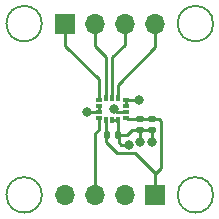
<source format=gtl>
%TF.GenerationSoftware,KiCad,Pcbnew,7.0.10*%
%TF.CreationDate,2025-02-08T17:54:09-05:00*%
%TF.ProjectId,pcb2,70636232-2e6b-4696-9361-645f70636258,rev?*%
%TF.SameCoordinates,Original*%
%TF.FileFunction,Copper,L1,Top*%
%TF.FilePolarity,Positive*%
%FSLAX46Y46*%
G04 Gerber Fmt 4.6, Leading zero omitted, Abs format (unit mm)*
G04 Created by KiCad (PCBNEW 7.0.10) date 2025-02-08 17:54:09*
%MOMM*%
%LPD*%
G01*
G04 APERTURE LIST*
G04 Aperture macros list*
%AMRoundRect*
0 Rectangle with rounded corners*
0 $1 Rounding radius*
0 $2 $3 $4 $5 $6 $7 $8 $9 X,Y pos of 4 corners*
0 Add a 4 corners polygon primitive as box body*
4,1,4,$2,$3,$4,$5,$6,$7,$8,$9,$2,$3,0*
0 Add four circle primitives for the rounded corners*
1,1,$1+$1,$2,$3*
1,1,$1+$1,$4,$5*
1,1,$1+$1,$6,$7*
1,1,$1+$1,$8,$9*
0 Add four rect primitives between the rounded corners*
20,1,$1+$1,$2,$3,$4,$5,0*
20,1,$1+$1,$4,$5,$6,$7,0*
20,1,$1+$1,$6,$7,$8,$9,0*
20,1,$1+$1,$8,$9,$2,$3,0*%
G04 Aperture macros list end*
%TA.AperFunction,NonConductor*%
%ADD10C,0.200000*%
%TD*%
%TA.AperFunction,SMDPad,CuDef*%
%ADD11RoundRect,0.087500X-0.207500X-0.087500X0.207500X-0.087500X0.207500X0.087500X-0.207500X0.087500X0*%
%TD*%
%TA.AperFunction,SMDPad,CuDef*%
%ADD12RoundRect,0.087500X-0.087500X-0.207500X0.087500X-0.207500X0.087500X0.207500X-0.087500X0.207500X0*%
%TD*%
%TA.AperFunction,SMDPad,CuDef*%
%ADD13RoundRect,0.140000X-0.140000X-0.170000X0.140000X-0.170000X0.140000X0.170000X-0.140000X0.170000X0*%
%TD*%
%TA.AperFunction,SMDPad,CuDef*%
%ADD14RoundRect,0.140000X-0.170000X0.140000X-0.170000X-0.140000X0.170000X-0.140000X0.170000X0.140000X0*%
%TD*%
%TA.AperFunction,ComponentPad*%
%ADD15R,1.700000X1.700000*%
%TD*%
%TA.AperFunction,ComponentPad*%
%ADD16O,1.700000X1.700000*%
%TD*%
%TA.AperFunction,ViaPad*%
%ADD17C,0.800000*%
%TD*%
%TA.AperFunction,Conductor*%
%ADD18C,0.250000*%
%TD*%
G04 APERTURE END LIST*
D10*
X154010000Y-110910000D02*
G75*
G03*
X151010000Y-110910000I-1500000J0D01*
G01*
X151010000Y-110910000D02*
G75*
G03*
X154010000Y-110910000I1500000J0D01*
G01*
X154010000Y-96410000D02*
G75*
G03*
X151010000Y-96410000I-1500000J0D01*
G01*
X151010000Y-96410000D02*
G75*
G03*
X154010000Y-96410000I1500000J0D01*
G01*
X168510000Y-110910000D02*
G75*
G03*
X165510000Y-110910000I-1500000J0D01*
G01*
X165510000Y-110910000D02*
G75*
G03*
X168510000Y-110910000I1500000J0D01*
G01*
X168510000Y-96410000D02*
G75*
G03*
X165510000Y-96410000I-1500000J0D01*
G01*
X165510000Y-96410000D02*
G75*
G03*
X168510000Y-96410000I1500000J0D01*
G01*
D11*
%TO.P,U1,1,AP_SDO/AP_AD0*%
%TO.N,SDO*%
X158807500Y-102910000D03*
%TO.P,U1,2,RESV_2*%
%TO.N,GND*%
X158807500Y-103410000D03*
%TO.P,U1,3,RESV_3*%
X158807500Y-103910000D03*
%TO.P,U1,4,INT1/INT*%
%TO.N,INT1*%
X158807500Y-104410000D03*
D12*
%TO.P,U1,5,VDDIO*%
%TO.N,+3.3V*%
X159472500Y-104575000D03*
%TO.P,U1,6,GND*%
%TO.N,GND*%
X159972500Y-104575000D03*
%TO.P,U1,7,RESV_7*%
X160472500Y-104575000D03*
D11*
%TO.P,U1,8,VDD*%
%TO.N,+3.3V*%
X161137500Y-104410000D03*
%TO.P,U1,9,INT2/FSYNC/CLKIN*%
%TO.N,INT2*%
X161137500Y-103910000D03*
%TO.P,U1,10,RESV_10*%
%TO.N,GND*%
X161137500Y-103410000D03*
%TO.P,U1,11,RESV_11*%
X161137500Y-102910000D03*
D12*
%TO.P,U1,12,AP_CS*%
%TO.N,CS*%
X160472500Y-102745000D03*
%TO.P,U1,13,AP_SCL/AP_SCLK*%
%TO.N,SCLK*%
X159972500Y-102745000D03*
%TO.P,U1,14,AP_SDA/AP_SDIO/AP_SDI*%
%TO.N,SDA*%
X159472500Y-102745000D03*
%TD*%
D13*
%TO.P,C3,2*%
%TO.N,GND*%
X160480000Y-105820000D03*
%TO.P,C3,1*%
%TO.N,+3.3V*%
X159520000Y-105820000D03*
%TD*%
D14*
%TO.P,C2,1*%
%TO.N,+3.3V*%
X162340000Y-104450000D03*
%TO.P,C2,2*%
%TO.N,GND*%
X162340000Y-105410000D03*
%TD*%
D15*
%TO.P,J2,1,Pin_1*%
%TO.N,SDO*%
X155950000Y-96410000D03*
D16*
%TO.P,J2,2,Pin_2*%
%TO.N,SDA*%
X158490000Y-96410000D03*
%TO.P,J2,3,Pin_3*%
%TO.N,SCLK*%
X161030000Y-96410000D03*
%TO.P,J2,4,Pin_4*%
%TO.N,CS*%
X163570000Y-96410000D03*
%TD*%
%TO.P,J1,4,Pin_4*%
%TO.N,INT2*%
X155950000Y-110910000D03*
%TO.P,J1,3,Pin_3*%
%TO.N,INT1*%
X158490000Y-110910000D03*
%TO.P,J1,2,Pin_2*%
%TO.N,GND*%
X161030000Y-110910000D03*
D15*
%TO.P,J1,1,Pin_1*%
%TO.N,+3.3V*%
X163570000Y-110910000D03*
%TD*%
D14*
%TO.P,C1,1*%
%TO.N,+3.3V*%
X163350000Y-104450000D03*
%TO.P,C1,2*%
%TO.N,GND*%
X163350000Y-105410000D03*
%TD*%
D17*
%TO.N,GND*%
X161350000Y-106675000D03*
X162350000Y-106475000D03*
X157800000Y-103900000D03*
X163350000Y-106475000D03*
X162210000Y-102910000D03*
%TO.N,INT2*%
X160150000Y-103650000D03*
%TD*%
D18*
%TO.N,INT1*%
X158490000Y-105710000D02*
X158807500Y-105392500D01*
X158807500Y-105392500D02*
X158807500Y-104410000D01*
X158490000Y-110910000D02*
X158490000Y-105710000D01*
%TO.N,GND*%
X162210000Y-102910000D02*
X161137500Y-102910000D01*
X158807500Y-103910000D02*
X157810000Y-103910000D01*
X157810000Y-103910000D02*
X157800000Y-103900000D01*
X158807500Y-103410000D02*
X158807500Y-103910000D01*
X159972500Y-104575000D02*
X160472500Y-104575000D01*
X160500000Y-106450000D02*
X160500000Y-105820000D01*
X160725000Y-106675000D02*
X160500000Y-106450000D01*
X161350000Y-106675000D02*
X160725000Y-106675000D01*
%TO.N,+3.3V*%
X161900000Y-107400000D02*
X163570000Y-109070000D01*
X163570000Y-109070000D02*
X163570000Y-109130000D01*
X159472500Y-106472500D02*
X160400000Y-107400000D01*
X159472500Y-104575000D02*
X159472500Y-106472500D01*
X160400000Y-107400000D02*
X161900000Y-107400000D01*
%TO.N,GND*%
X160472500Y-105792500D02*
X160500000Y-105820000D01*
X160472500Y-104575000D02*
X160472500Y-105792500D01*
X160522500Y-105797500D02*
X160500000Y-105820000D01*
X161650000Y-105400000D02*
X161230000Y-105820000D01*
X162340000Y-106440000D02*
X162340000Y-105400000D01*
X161230000Y-105820000D02*
X160500000Y-105820000D01*
X162350000Y-106450000D02*
X162340000Y-106440000D01*
X162340000Y-105400000D02*
X161650000Y-105400000D01*
X163350000Y-105450000D02*
X163350000Y-106475000D01*
X163310000Y-105410000D02*
X163350000Y-105450000D01*
X162340000Y-105410000D02*
X163310000Y-105410000D01*
%TO.N,INT2*%
X160410000Y-103910000D02*
X160150000Y-103650000D01*
X161137500Y-103910000D02*
X160410000Y-103910000D01*
%TO.N,+3.3V*%
X163570000Y-109130000D02*
X163570000Y-110910000D01*
X164100000Y-108600000D02*
X163570000Y-109130000D01*
X163900000Y-104450000D02*
X164100000Y-104650000D01*
X164100000Y-104650000D02*
X164100000Y-108600000D01*
X161232500Y-104450000D02*
X163900000Y-104450000D01*
%TO.N,GND*%
X161137500Y-102910000D02*
X161137500Y-103410000D01*
%TO.N,CS*%
X163630000Y-98420000D02*
X163630000Y-96050000D01*
X160472500Y-101577500D02*
X163630000Y-98420000D01*
X160472500Y-102745000D02*
X160472500Y-101577500D01*
%TO.N,SCLK*%
X159972500Y-99277500D02*
X159972500Y-102745000D01*
X161030000Y-96410000D02*
X161030000Y-98220000D01*
X161030000Y-98220000D02*
X159972500Y-99277500D01*
%TO.N,SDA*%
X158490000Y-96410000D02*
X158490000Y-98290000D01*
X159472500Y-99272500D02*
X159472500Y-102745000D01*
X158490000Y-98290000D02*
X159472500Y-99272500D01*
X158550000Y-96050000D02*
X158490000Y-96110000D01*
%TO.N,SDO*%
X158807500Y-101107500D02*
X158807500Y-102910000D01*
X156010000Y-98310000D02*
X158807500Y-101107500D01*
X156010000Y-96050000D02*
X156010000Y-98310000D01*
%TO.N,SCLK*%
X161090000Y-96050000D02*
X161150000Y-96110000D01*
%TD*%
M02*

</source>
